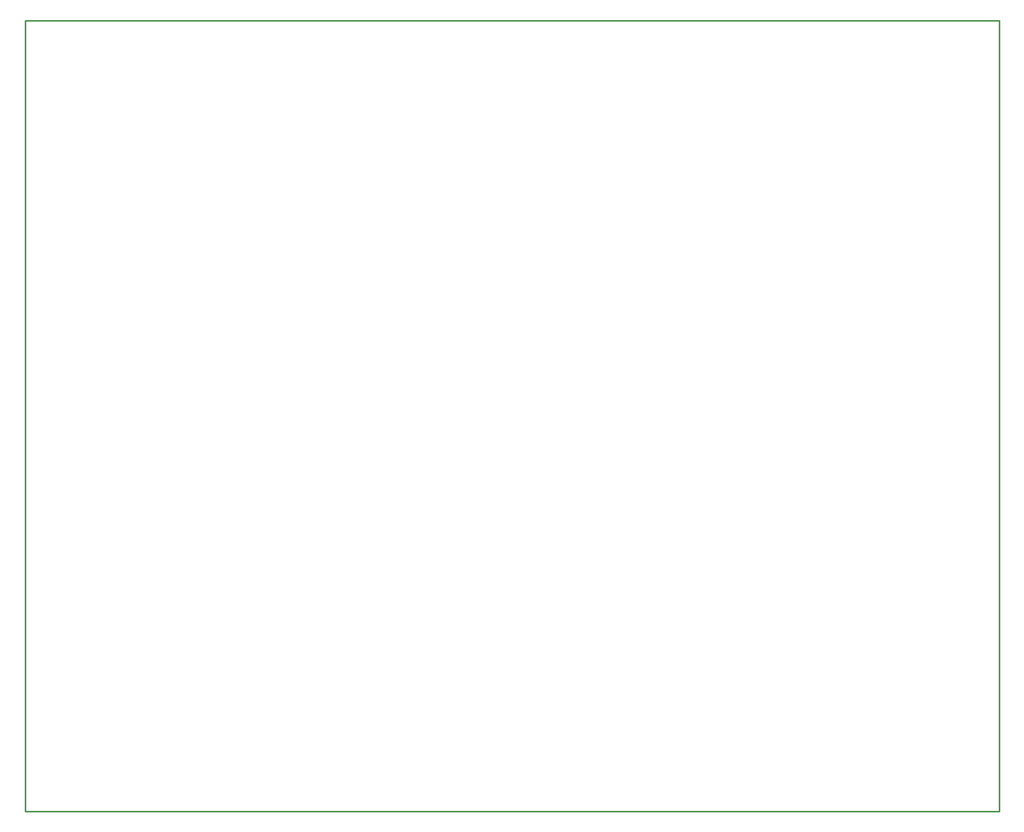
<source format=gko>
G04*
G04 #@! TF.GenerationSoftware,Altium Limited,Altium Designer,21.3.2 (30)*
G04*
G04 Layer_Color=16711935*
%FSTAX24Y24*%
%MOIN*%
G70*
G04*
G04 #@! TF.SameCoordinates,7536F4C1-D20E-4AD8-A34B-159FF933A109*
G04*
G04*
G04 #@! TF.FilePolarity,Positive*
G04*
G01*
G75*
%ADD11C,0.0100*%
D11*
X070881Y002389D02*
Y05357D01*
X007889Y002389D02*
Y05357D01*
X070881D01*
X007889Y002389D02*
X070881D01*
M02*

</source>
